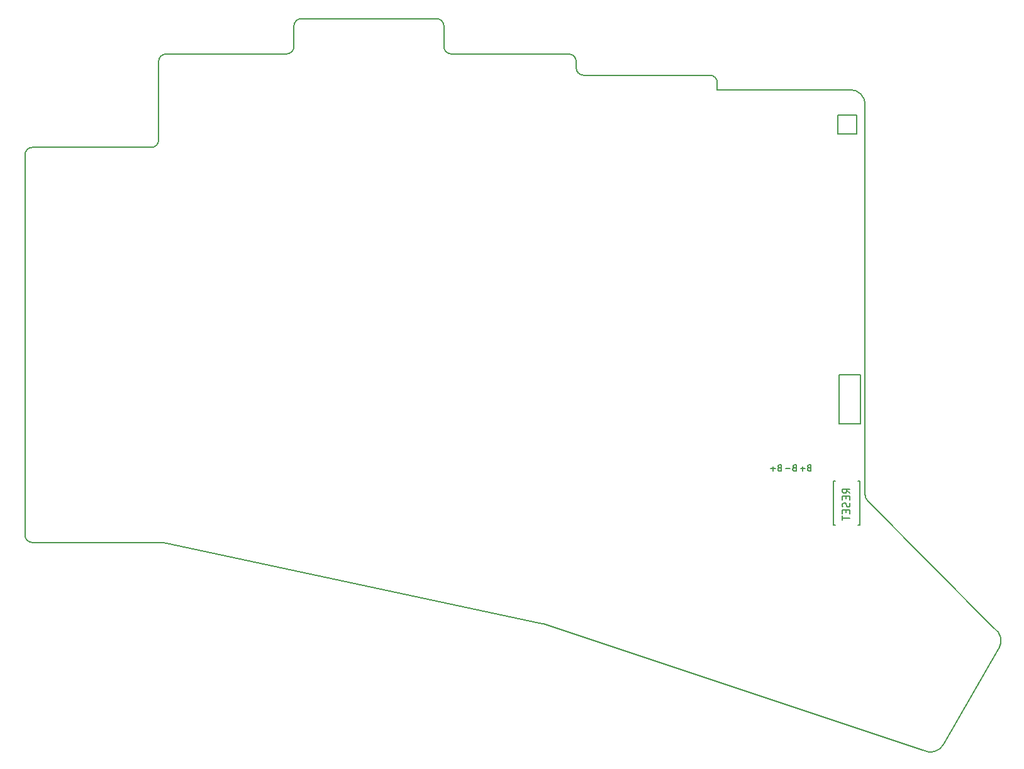
<source format=gbr>
G04 #@! TF.GenerationSoftware,KiCad,Pcbnew,5.1.5+dfsg1-2build2*
G04 #@! TF.CreationDate,2022-10-01T08:21:12+00:00*
G04 #@! TF.ProjectId,board,626f6172-642e-46b6-9963-61645f706362,v1.0.0*
G04 #@! TF.SameCoordinates,Original*
G04 #@! TF.FileFunction,Legend,Bot*
G04 #@! TF.FilePolarity,Positive*
%FSLAX46Y46*%
G04 Gerber Fmt 4.6, Leading zero omitted, Abs format (unit mm)*
G04 Created by KiCad (PCBNEW 5.1.5+dfsg1-2build2) date 2022-10-01 08:21:12*
%MOMM*%
%LPD*%
G04 APERTURE LIST*
G04 #@! TA.AperFunction,Profile*
%ADD10C,0.150000*%
G04 #@! TD*
%ADD11C,0.150000*%
G04 APERTURE END LIST*
D10*
X58900000Y40400000D02*
X76362107Y40400000D01*
X57900000Y41400000D02*
X57900000Y92600000D01*
X58900000Y93600000D02*
X74900000Y93600000D01*
X76900000Y106173000D02*
X93100000Y106173000D01*
X75900000Y94600000D02*
X75900000Y105173000D01*
X95100000Y110935500D02*
X113300000Y110935500D01*
X114300000Y109935500D02*
X114300000Y107173000D01*
X94100000Y107173000D02*
X94100000Y109935500D01*
X115300000Y106173000D02*
X131100000Y106173000D01*
X132100000Y105173000D02*
X132100000Y104315500D01*
X151100000Y101365500D02*
X151100000Y102315500D01*
X133100000Y103315500D02*
X150100000Y103315500D01*
X181522028Y13173828D02*
G75*
G02X178789978Y12441778I-1732050J1000000D01*
G01*
X181522029Y13173828D02*
X189022029Y26164210D01*
X188374085Y28844898D02*
G75*
G02X189022029Y26164210I-1084107J-1680688D01*
G01*
X150100000Y103315500D02*
G75*
G02X151100000Y102315500I0J-1000000D01*
G01*
X133100000Y103315500D02*
G75*
G02X132100000Y104315500I0J1000000D01*
G01*
X131100000Y106173000D02*
G75*
G02X132100000Y105173000I0J-1000000D01*
G01*
X115300000Y106173000D02*
G75*
G02X114300000Y107173000I0J1000000D01*
G01*
X113300000Y110935500D02*
G75*
G02X114300000Y109935500I0J-1000000D01*
G01*
X94100000Y109935500D02*
G75*
G02X95100000Y110935500I1000000J0D01*
G01*
X94100000Y107173000D02*
G75*
G02X93100000Y106173000I-1000000J0D01*
G01*
X75900000Y105173000D02*
G75*
G02X76900000Y106173000I1000000J0D01*
G01*
X75900000Y94600000D02*
G75*
G02X74900000Y93600000I-1000000J0D01*
G01*
X57900000Y92600000D02*
G75*
G02X58900000Y93600000I1000000J0D01*
G01*
X58900000Y40400000D02*
G75*
G02X57900000Y41400000I0J1000000D01*
G01*
X171288969Y46087542D02*
X188205108Y28982080D01*
X178789978Y12441778D02*
X127662129Y29450048D01*
X127555520Y29479080D02*
X76571152Y40377906D01*
X171000000Y46790703D02*
X171000000Y99365500D01*
X169000000Y101365500D02*
G75*
G02X171000000Y99365500I0J-2000000D01*
G01*
X169000000Y101365500D02*
X151100000Y101365500D01*
X76362107Y40400000D02*
G75*
G02X76571152Y40377906I0J-1000000D01*
G01*
X127555520Y29479080D02*
G75*
G02X127662129Y29450048I-209045J-977906D01*
G01*
X188374085Y28844897D02*
G75*
G02X188205108Y28982080I542053J840344D01*
G01*
X171288969Y46087542D02*
G75*
G02X171000000Y46790703I711031J703161D01*
G01*
D11*
G04 #@! TO.C,MCU1*
X167350000Y97955500D02*
X167350000Y95415500D01*
X167350000Y97955500D02*
X169890000Y97955500D01*
X167350000Y95415500D02*
X169890000Y95415500D01*
X169890000Y95415500D02*
X169890000Y97955500D01*
G04 #@! TO.C,T2*
X170350000Y57765500D02*
X170350000Y61665500D01*
X170350000Y59715500D02*
X170350000Y63015500D01*
X170350000Y63015500D02*
X167500000Y63015500D01*
X167500000Y63015500D02*
X167500000Y56415500D01*
X167500000Y56415500D02*
X170350000Y56415500D01*
X170350000Y59715500D02*
X170350000Y56415500D01*
G04 #@! TO.C,B1*
X167000000Y42715500D02*
X166750000Y42715500D01*
X166750000Y42715500D02*
X166750000Y48715500D01*
X166750000Y48715500D02*
X167000000Y48715500D01*
X170000000Y48715500D02*
X170250000Y48715500D01*
X170250000Y48715500D02*
X170250000Y42715500D01*
X170250000Y42715500D02*
X170000000Y42715500D01*
G04 #@! TD*
G04 #@! TO.C,PAD1*
X159438095Y50472642D02*
X159323809Y50434547D01*
X159285714Y50396452D01*
X159247619Y50320261D01*
X159247619Y50205976D01*
X159285714Y50129785D01*
X159323809Y50091690D01*
X159400000Y50053595D01*
X159704761Y50053595D01*
X159704761Y50853595D01*
X159438095Y50853595D01*
X159361904Y50815500D01*
X159323809Y50777404D01*
X159285714Y50701214D01*
X159285714Y50625023D01*
X159323809Y50548833D01*
X159361904Y50510738D01*
X159438095Y50472642D01*
X159704761Y50472642D01*
X158904761Y50358357D02*
X158295238Y50358357D01*
X158600000Y50053595D02*
X158600000Y50663119D01*
X161438095Y50472642D02*
X161323809Y50434547D01*
X161285714Y50396452D01*
X161247619Y50320261D01*
X161247619Y50205976D01*
X161285714Y50129785D01*
X161323809Y50091690D01*
X161400000Y50053595D01*
X161704761Y50053595D01*
X161704761Y50853595D01*
X161438095Y50853595D01*
X161361904Y50815500D01*
X161323809Y50777404D01*
X161285714Y50701214D01*
X161285714Y50625023D01*
X161323809Y50548833D01*
X161361904Y50510738D01*
X161438095Y50472642D01*
X161704761Y50472642D01*
X160904761Y50358357D02*
X160295238Y50358357D01*
X163438095Y50472642D02*
X163323809Y50434547D01*
X163285714Y50396452D01*
X163247619Y50320261D01*
X163247619Y50205976D01*
X163285714Y50129785D01*
X163323809Y50091690D01*
X163400000Y50053595D01*
X163704761Y50053595D01*
X163704761Y50853595D01*
X163438095Y50853595D01*
X163361904Y50815500D01*
X163323809Y50777404D01*
X163285714Y50701214D01*
X163285714Y50625023D01*
X163323809Y50548833D01*
X163361904Y50510738D01*
X163438095Y50472642D01*
X163704761Y50472642D01*
X162904761Y50358357D02*
X162295238Y50358357D01*
X162600000Y50053595D02*
X162600000Y50663119D01*
G04 #@! TO.C,B1*
X168952380Y47040880D02*
X168476190Y47374214D01*
X168952380Y47612309D02*
X167952380Y47612309D01*
X167952380Y47231357D01*
X168000000Y47136119D01*
X168047619Y47088500D01*
X168142857Y47040880D01*
X168285714Y47040880D01*
X168380952Y47088500D01*
X168428571Y47136119D01*
X168476190Y47231357D01*
X168476190Y47612309D01*
X168428571Y46612309D02*
X168428571Y46278976D01*
X168952380Y46136119D02*
X168952380Y46612309D01*
X167952380Y46612309D01*
X167952380Y46136119D01*
X168904761Y45755166D02*
X168952380Y45612309D01*
X168952380Y45374214D01*
X168904761Y45278976D01*
X168857142Y45231357D01*
X168761904Y45183738D01*
X168666666Y45183738D01*
X168571428Y45231357D01*
X168523809Y45278976D01*
X168476190Y45374214D01*
X168428571Y45564690D01*
X168380952Y45659928D01*
X168333333Y45707547D01*
X168238095Y45755166D01*
X168142857Y45755166D01*
X168047619Y45707547D01*
X168000000Y45659928D01*
X167952380Y45564690D01*
X167952380Y45326595D01*
X168000000Y45183738D01*
X168428571Y44755166D02*
X168428571Y44421833D01*
X168952380Y44278976D02*
X168952380Y44755166D01*
X167952380Y44755166D01*
X167952380Y44278976D01*
X167952380Y43993261D02*
X167952380Y43421833D01*
X168952380Y43707547D02*
X167952380Y43707547D01*
G04 #@! TD*
M02*

</source>
